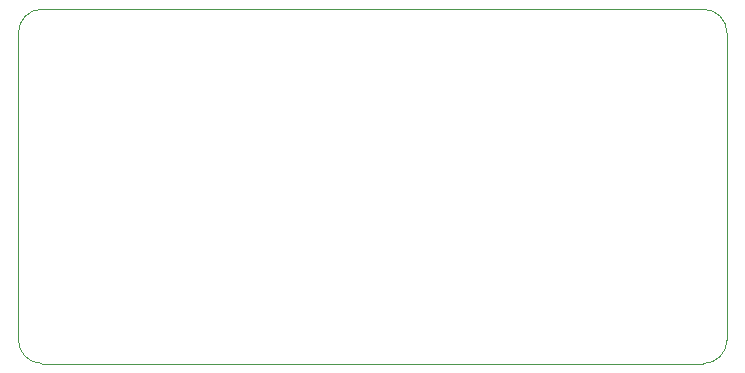
<source format=gko>
G04 (created by PCBNEW (2013-mar-13)-testing) date Sun 08 Sep 2013 12:49:30 PM PDT*
%MOIN*%
G04 Gerber Fmt 3.4, Leading zero omitted, Abs format*
%FSLAX34Y34*%
G01*
G70*
G90*
G04 APERTURE LIST*
%ADD10C,0.005906*%
%ADD11C,0.003937*%
G04 APERTURE END LIST*
G54D10*
G54D11*
X62204Y-51181D02*
G75*
G03X62992Y-50393I0J787D01*
G74*
G01*
X39370Y-50393D02*
G75*
G03X40157Y-51181I787J0D01*
G74*
G01*
X40157Y-39370D02*
G75*
G03X39370Y-40157I0J-787D01*
G74*
G01*
X62992Y-40157D02*
G75*
G03X62204Y-39370I-787J0D01*
G74*
G01*
X40157Y-39370D02*
X62204Y-39370D01*
X62992Y-40157D02*
X62992Y-50393D01*
X40157Y-51181D02*
X62204Y-51181D01*
X39370Y-40157D02*
X39370Y-50393D01*
M02*

</source>
